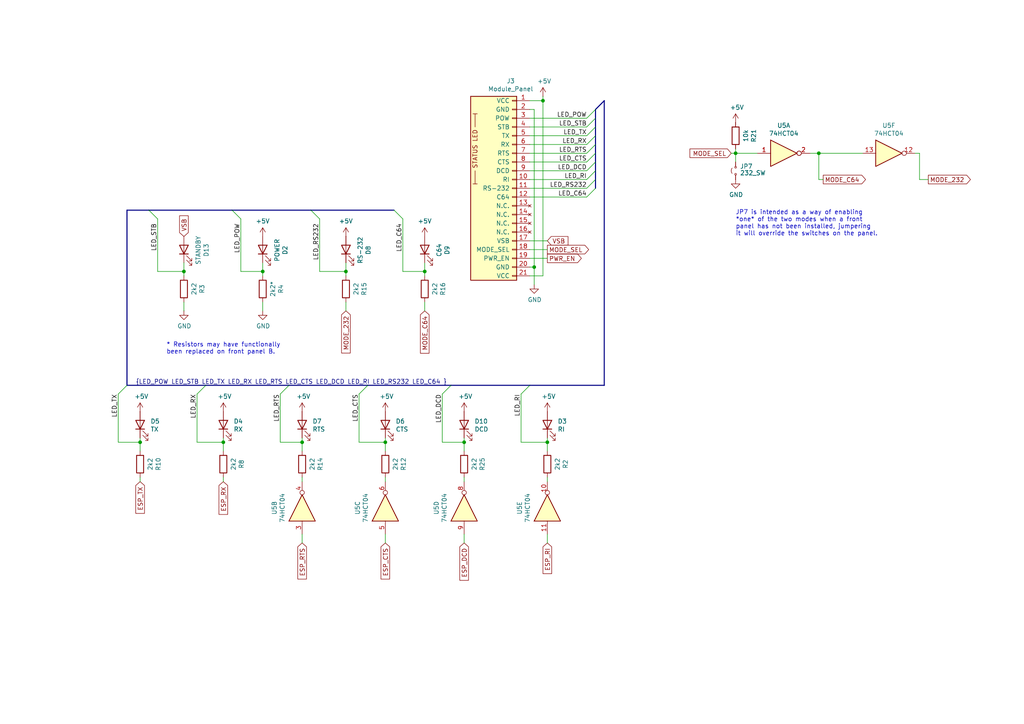
<source format=kicad_sch>
(kicad_sch (version 20231120) (generator "eeschema") (generator_version "8.0")
  (paper "A4")
  (title_block (title "BulkyModem Module (Front Panel)") (comment 3 "LED resistor values are suggested safe values, but need to be adjusted for LEDs used.") (comment 4 "Front panel connector as well as circuitry for switches and LEDs."))
  (lib_symbols
    (symbol "74xx:74HCT04"
      (property "Reference" "U" (at 0 1.27 0))
      (property "Value" "74HCT04" (at 0 -1.27 0))
      (symbol "74HCT04_1_0"
        (polyline (pts (xy -3.81 3.81) (xy -3.81 -3.81) (xy 3.81 0) (xy -3.81 3.81)) (stroke (width 0.254)) (fill (type background)))
        (pin input line (at -7.62 0 0) (length 3.81) (name "~") (number "1"))
        (pin output inverted (at 7.62 0 180) (length 3.81) (name "~") (number "2"))
      )
      (symbol "74HCT04_2_0"
        (polyline (pts (xy -3.81 3.81) (xy -3.81 -3.81) (xy 3.81 0) (xy -3.81 3.81)) (stroke (width 0.254)) (fill (type background)))
        (pin input line (at -7.62 0 0) (length 3.81) (name "~") (number "3"))
        (pin output inverted (at 7.62 0 180) (length 3.81) (name "~") (number "4"))
      )
      (symbol "74HCT04_3_0"
        (polyline (pts (xy -3.81 3.81) (xy -3.81 -3.81) (xy 3.81 0) (xy -3.81 3.81)) (stroke (width 0.254)) (fill (type background)))
        (pin input line (at -7.62 0 0) (length 3.81) (name "~") (number "5"))
        (pin output inverted (at 7.62 0 180) (length 3.81) (name "~") (number "6"))
      )
      (symbol "74HCT04_4_0"
        (polyline (pts (xy -3.81 3.81) (xy -3.81 -3.81) (xy 3.81 0) (xy -3.81 3.81)) (stroke (width 0.254)) (fill (type background)))
        (pin output inverted (at 7.62 0 180) (length 3.81) (name "~") (number "8"))
        (pin input line (at -7.62 0 0) (length 3.81) (name "~") (number "9"))
      )
      (symbol "74HCT04_5_0"
        (polyline (pts (xy -3.81 3.81) (xy -3.81 -3.81) (xy 3.81 0) (xy -3.81 3.81)) (stroke (width 0.254)) (fill (type background)))
        (pin output inverted (at 7.62 0 180) (length 3.81) (name "~") (number "10"))
        (pin input line (at -7.62 0 0) (length 3.81) (name "~") (number "11"))
      )
      (symbol "74HCT04_6_0"
        (polyline (pts (xy -3.81 3.81) (xy -3.81 -3.81) (xy 3.81 0) (xy -3.81 3.81)) (stroke (width 0.254)) (fill (type background)))
        (pin output inverted (at 7.62 0 180) (length 3.81) (name "~") (number "12"))
        (pin input line (at -7.62 0 0) (length 3.81) (name "~") (number "13"))
      )
      (symbol "74HCT04_7_0"
        (pin power_in line (at 0 12.7 270) (length 5.08) (name "VCC") (number "14"))
        (pin power_in line (at 0 -12.7 90) (length 5.08) (name "GND") (number "7"))
      )
      (symbol "74HCT04_7_1"
        (rectangle (start -5.08 7.62) (end 5.08 -7.62) (stroke (width 0.254)) (fill (type background)))
      )
    )
    (symbol "BulkyModem:Module_Panel" (pin_names (offset 2.0066))
      (property "Reference" "J" (at 0 27.94 0))
      (property "Value" "Module_Panel" (at 0 -27.94 0))
      (symbol "Module_Panel_0_0"
        (polyline (pts (xy 10.795 1.27) (xy 10.795 5.08)))
        (polyline (pts (xy 10.795 21.59) (xy 10.795 17.78)))
        (text "STATUS LED" (at 10.795 11.43 900) (effects (font (size 1.27 1.27))))
      )
      (symbol "Module_Panel_0_1"
        (rectangle (start -1.27 26.67) (end 12.065 -26.67) (stroke (width 0.254)) (fill (type background)))
        (polyline (pts (xy 10.16 21.59) (xy 11.43 21.59)))
        (polyline (pts (xy 11.43 1.27) (xy 10.16 1.27)))
      )
      (symbol "Module_Panel_1_1"
        (rectangle (start -1.27 -25.273) (end 0 -25.527) (stroke (width 0.1524)))
        (rectangle (start -1.27 -22.733) (end 0 -22.987) (stroke (width 0.1524)))
        (rectangle (start -1.27 -20.193) (end 0 -20.447) (stroke (width 0.1524)))
        (rectangle (start -1.27 -17.653) (end 0 -17.907) (stroke (width 0.1524)))
        (rectangle (start -1.27 -15.113) (end 0 -15.367) (stroke (width 0.1524)))
        (rectangle (start -1.27 -12.573) (end 0 -12.827) (stroke (width 0.1524)))
        (rectangle (start -1.27 -10.033) (end 0 -10.287) (stroke (width 0.1524)))
        (rectangle (start -1.27 -7.493) (end 0 -7.747) (stroke (width 0.1524)))
        (rectangle (start -1.27 -4.953) (end 0 -5.207) (stroke (width 0.1524)))
        (rectangle (start -1.27 -2.413) (end 0 -2.667) (stroke (width 0.1524)))
        (rectangle (start -1.27 0.127) (end 0 -0.127) (stroke (width 0.1524)))
        (rectangle (start -1.27 2.667) (end 0 2.413) (stroke (width 0.1524)))
        (rectangle (start -1.27 5.207) (end 0 4.953) (stroke (width 0.1524)))
        (rectangle (start -1.27 7.747) (end 0 7.493) (stroke (width 0.1524)))
        (rectangle (start -1.27 10.287) (end 0 10.033) (stroke (width 0.1524)))
        (rectangle (start -1.27 12.827) (end 0 12.573) (stroke (width 0.1524)))
        (rectangle (start -1.27 15.367) (end 0 15.113) (stroke (width 0.1524)))
        (rectangle (start -1.27 17.907) (end 0 17.653) (stroke (width 0.1524)))
        (rectangle (start -1.27 20.447) (end 0 20.193) (stroke (width 0.1524)))
        (rectangle (start -1.27 22.987) (end 0 22.733) (stroke (width 0.1524)))
        (rectangle (start -1.27 25.527) (end 0 25.273) (stroke (width 0.1524)))
        (pin power_in line (at -5.08 25.4 0) (length 3.81) (name "VCC") (number "1"))
        (pin passive line (at -5.08 2.54 0) (length 3.81) (name "RI") (number "10"))
        (pin passive line (at -5.08 0 0) (length 3.81) (name "RS-232") (number "11"))
        (pin passive line (at -5.08 -2.54 0) (length 3.81) (name "C64") (number "12"))
        (pin no_connect line (at -5.08 -5.08 0) (length 3.81) (name "N.C.") (number "13"))
        (pin no_connect line (at -5.08 -7.62 0) (length 3.81) (name "N.C.") (number "14"))
        (pin no_connect line (at -5.08 -10.16 0) (length 3.81) (name "N.C.") (number "15"))
        (pin no_connect line (at -5.08 -12.7 0) (length 3.81) (name "N.C.") (number "16"))
        (pin passive line (at -5.08 -15.24 0) (length 3.81) (name "VSB") (number "17"))
        (pin passive line (at -5.08 -17.78 0) (length 3.81) (name "MODE_SEL") (number "18"))
        (pin passive line (at -5.08 -20.32 0) (length 3.81) (name "PWR_EN") (number "19"))
        (pin power_in line (at -5.08 22.86 0) (length 3.81) (name "GND") (number "2"))
        (pin passive line (at -5.08 -22.86 0) (length 3.81) (name "GND") (number "20"))
        (pin passive line (at -5.08 -25.4 0) (length 3.81) (name "VCC") (number "21"))
        (pin passive line (at -5.08 20.32 0) (length 3.81) (name "POW") (number "3"))
        (pin passive line (at -5.08 17.78 0) (length 3.81) (name "STB") (number "4"))
        (pin passive line (at -5.08 15.24 0) (length 3.81) (name "TX") (number "5"))
        (pin passive line (at -5.08 12.7 0) (length 3.81) (name "RX") (number "6"))
        (pin passive line (at -5.08 10.16 0) (length 3.81) (name "RTS") (number "7"))
        (pin passive line (at -5.08 7.62 0) (length 3.81) (name "CTS") (number "8"))
        (pin passive line (at -5.08 5.08 0) (length 3.81) (name "DCD") (number "9"))
      )
    )
    (symbol "Device:LED" (pin_numbers hide) (pin_names (offset 1.016) hide)
      (property "Reference" "D" (at 0 2.54 0))
      (property "Value" "LED" (at 0 -2.54 0))
      (symbol "LED_0_1"
        (polyline (pts (xy -1.27 -1.27) (xy -1.27 1.27)) (stroke (width 0.254)))
        (polyline (pts (xy -1.27 0) (xy 1.27 0)))
        (polyline (pts (xy 1.27 -1.27) (xy 1.27 1.27) (xy -1.27 0) (xy 1.27 -1.27)) (stroke (width 0.254)))
        (polyline (pts (xy -3.048 -0.762) (xy -4.572 -2.286) (xy -3.81 -2.286) (xy -4.572 -2.286) (xy -4.572 -1.524)))
        (polyline (pts (xy -1.778 -0.762) (xy -3.302 -2.286) (xy -2.54 -2.286) (xy -3.302 -2.286) (xy -3.302 -1.524)))
      )
      (symbol "LED_1_1"
        (pin passive line (at -3.81 0 0) (length 2.54) (name "K") (number "1"))
        (pin passive line (at 3.81 0 180) (length 2.54) (name "A") (number "2"))
      )
    )
    (symbol "Device:R" (pin_numbers hide) (pin_names (offset 0))
      (property "Reference" "R" (at 2.032 0 90))
      (property "Value" "R" (at 0 0 90))
      (symbol "R_0_1"
        (rectangle (start -1.016 -2.54) (end 1.016 2.54) (stroke (width 0.254)))
      )
      (symbol "R_1_1"
        (pin passive line (at 0 3.81 270) (length 1.27) (name "~") (number "1"))
        (pin passive line (at 0 -3.81 90) (length 1.27) (name "~") (number "2"))
      )
    )
    (symbol "Jumper:Jumper_2_Small_Open" (pin_numbers hide) (pin_names (offset 0) hide) (exclude_from_sim yes)
      (property "Reference" "JP" (at 0 2.794 0))
      (property "Value" "Jumper_2_Small_Open" (at 0 -2.286 0))
      (symbol "Jumper_2_Small_Open_0_0"
        (circle (center -1.016 0) (radius 0.254))
        (circle (center 1.016 0) (radius 0.254))
      )
      (symbol "Jumper_2_Small_Open_0_1"
        (arc (start 0.762 1.0196) (mid 0 1.2729) (end -0.762 1.0196))
      )
      (symbol "Jumper_2_Small_Open_1_1"
        (pin passive line (at -2.54 0 0) (length 1.27) (name "A") (number "1"))
        (pin passive line (at 2.54 0 180) (length 1.27) (name "B") (number "2"))
      )
    )
    (symbol "power:+5V" (power) (pin_numbers hide) (pin_names (offset 0) hide)
      (property "Value" "+5V" (at 0 3.556 0))
      (symbol "+5V_0_1"
        (polyline (pts (xy -0.762 1.27) (xy 0 2.54)))
        (polyline (pts (xy 0 0) (xy 0 2.54)))
        (polyline (pts (xy 0 2.54) (xy 0.762 1.27)))
      )
      (symbol "+5V_1_1"
        (pin power_in line (at 0 0 90) (length 0) (name "~") (number "1"))
      )
    )
    (symbol "power:GND" (power) (pin_numbers hide) (pin_names (offset 0) hide)
      (property "Value" "GND" (at 0 -3.81 0))
      (symbol "GND_0_1"
        (polyline (pts (xy 0 0) (xy 0 -1.27) (xy 1.27 -1.27) (xy 0 -2.54) (xy -1.27 -1.27) (xy 0 -1.27)))
      )
      (symbol "GND_1_1"
        (pin power_in line (at 0 0 270) (length 0) (name "~") (number "1"))
      )
    )
  )
  (junction (at 40.64 128.27))
  (junction (at 76.2 78.74))
  (junction (at 111.76 128.27))
  (junction (at 64.77 128.27))
  (junction (at 87.63 128.27))
  (junction (at 157.48 29.21))
  (junction (at 53.34 78.74))
  (junction (at 237.49 44.45))
  (junction (at 154.94 77.47))
  (junction (at 123.19 78.74))
  (junction (at 213.36 44.45))
  (junction (at 100.33 78.74))
  (junction (at 158.75 128.27))
  (junction (at 134.62 128.27))
  (bus_entry (at 172.72 31.75) (size -2.54 2.54))
  (bus_entry (at 114.3 60.96) (size 2.54 2.54))
  (bus_entry (at 106.68 111.76) (size -2.54 2.54))
  (bus_entry (at 172.72 41.91) (size -2.54 2.54))
  (bus_entry (at 172.72 52.07) (size -2.54 2.54))
  (bus_entry (at 67.31 60.96) (size 2.54 2.54))
  (bus_entry (at 83.82 111.76) (size -2.54 2.54))
  (bus_entry (at 172.72 39.37) (size -2.54 2.54))
  (bus_entry (at 153.67 111.76) (size -2.54 2.54))
  (bus_entry (at 36.83 111.76) (size -2.54 2.54))
  (bus_entry (at 59.69 111.76) (size -2.54 2.54))
  (bus_entry (at 172.72 36.83) (size -2.54 2.54))
  (bus_entry (at 43.18 60.96) (size 2.54 2.54))
  (bus_entry (at 172.72 34.29) (size -2.54 2.54))
  (bus_entry (at 172.72 46.99) (size -2.54 2.54))
  (bus_entry (at 172.72 44.45) (size -2.54 2.54))
  (bus_entry (at 172.72 49.53) (size -2.54 2.54))
  (bus_entry (at 172.72 54.61) (size -2.54 2.54))
  (bus_entry (at 130.81 111.76) (size -2.54 2.54))
  (bus_entry (at 90.17 60.96) (size 2.54 2.54))
  (wire (pts (xy 134.62 128.27) (xy 134.62 130.81)))
  (wire (pts (xy 64.77 128.27) (xy 64.77 130.81)))
  (wire (pts (xy 111.76 154.94) (xy 111.76 157.48)))
  (wire (pts (xy 111.76 128.27) (xy 111.76 130.81)))
  (wire (pts (xy 81.28 128.27) (xy 81.28 114.3)))
  (bus (pts (xy 36.83 60.96) (xy 43.18 60.96)))
  (wire (pts (xy 128.27 128.27) (xy 128.27 114.3)))
  (bus (pts (xy 172.72 31.75) (xy 172.72 34.29)))
  (wire (pts (xy 116.84 78.74) (xy 123.19 78.74)))
  (bus (pts (xy 175.26 29.21) (xy 172.72 31.75)))
  (wire (pts (xy 158.75 72.39) (xy 153.67 72.39)))
  (wire (pts (xy 269.24 52.07) (xy 266.7 52.07)))
  (wire (pts (xy 116.84 78.74) (xy 116.84 63.5)))
  (wire (pts (xy 153.67 41.91) (xy 170.18 41.91)))
  (wire (pts (xy 213.36 44.45) (xy 219.71 44.45)))
  (wire (pts (xy 100.33 87.63) (xy 100.33 90.17)))
  (wire (pts (xy 40.64 127) (xy 40.64 128.27)))
  (wire (pts (xy 87.63 127) (xy 87.63 128.27)))
  (wire (pts (xy 76.2 76.2) (xy 76.2 78.74)))
  (wire (pts (xy 87.63 139.7) (xy 87.63 138.43)))
  (bus (pts (xy 36.83 60.96) (xy 36.83 111.76)))
  (bus (pts (xy 83.82 111.76) (xy 106.68 111.76)))
  (wire (pts (xy 123.19 87.63) (xy 123.19 90.17)))
  (wire (pts (xy 157.48 29.21) (xy 157.48 27.94)))
  (wire (pts (xy 111.76 127) (xy 111.76 128.27)))
  (wire (pts (xy 92.71 78.74) (xy 92.71 63.5)))
  (wire (pts (xy 87.63 154.94) (xy 87.63 157.48)))
  (wire (pts (xy 153.67 80.01) (xy 157.48 80.01)))
  (wire (pts (xy 134.62 127) (xy 134.62 128.27)))
  (wire (pts (xy 153.67 36.83) (xy 170.18 36.83)))
  (bus (pts (xy 172.72 41.91) (xy 172.72 44.45)))
  (wire (pts (xy 158.75 128.27) (xy 158.75 130.81)))
  (wire (pts (xy 111.76 139.7) (xy 111.76 138.43)))
  (wire (pts (xy 104.14 128.27) (xy 104.14 114.3)))
  (bus (pts (xy 130.81 111.76) (xy 153.67 111.76)))
  (bus (pts (xy 172.72 39.37) (xy 172.72 41.91)))
  (wire (pts (xy 69.85 78.74) (xy 76.2 78.74)))
  (wire (pts (xy 153.67 52.07) (xy 170.18 52.07)))
  (wire (pts (xy 53.34 87.63) (xy 53.34 90.17)))
  (wire (pts (xy 158.75 139.7) (xy 158.75 138.43)))
  (wire (pts (xy 45.72 78.74) (xy 53.34 78.74)))
  (wire (pts (xy 123.19 78.74) (xy 123.19 80.01)))
  (bus (pts (xy 106.68 111.76) (xy 130.81 111.76)))
  (wire (pts (xy 123.19 76.2) (xy 123.19 78.74)))
  (wire (pts (xy 153.67 74.93) (xy 158.75 74.93)))
  (wire (pts (xy 81.28 128.27) (xy 87.63 128.27)))
  (wire (pts (xy 34.29 128.27) (xy 40.64 128.27)))
  (bus (pts (xy 43.18 60.96) (xy 67.31 60.96)))
  (bus (pts (xy 172.72 49.53) (xy 172.72 52.07)))
  (bus (pts (xy 59.69 111.76) (xy 83.82 111.76)))
  (wire (pts (xy 104.14 128.27) (xy 111.76 128.27)))
  (wire (pts (xy 151.13 128.27) (xy 158.75 128.27)))
  (wire (pts (xy 100.33 78.74) (xy 100.33 80.01)))
  (wire (pts (xy 134.62 139.7) (xy 134.62 138.43)))
  (bus (pts (xy 172.72 46.99) (xy 172.72 49.53)))
  (wire (pts (xy 128.27 128.27) (xy 134.62 128.27)))
  (wire (pts (xy 40.64 138.43) (xy 40.64 139.7)))
  (wire (pts (xy 57.15 128.27) (xy 57.15 114.3)))
  (wire (pts (xy 76.2 87.63) (xy 76.2 90.17)))
  (wire (pts (xy 40.64 128.27) (xy 40.64 130.81)))
  (wire (pts (xy 92.71 78.74) (xy 100.33 78.74)))
  (wire (pts (xy 153.67 57.15) (xy 170.18 57.15)))
  (wire (pts (xy 153.67 77.47) (xy 154.94 77.47)))
  (bus (pts (xy 172.72 44.45) (xy 172.72 46.99)))
  (bus (pts (xy 172.72 52.07) (xy 172.72 54.61)))
  (wire (pts (xy 154.94 77.47) (xy 154.94 82.55)))
  (wire (pts (xy 237.49 52.07) (xy 238.76 52.07)))
  (wire (pts (xy 266.7 44.45) (xy 266.7 52.07)))
  (wire (pts (xy 53.34 78.74) (xy 53.34 80.01)))
  (bus (pts (xy 36.83 111.76) (xy 59.69 111.76)))
  (wire (pts (xy 53.34 76.2) (xy 53.34 78.74)))
  (wire (pts (xy 100.33 76.2) (xy 100.33 78.74)))
  (wire (pts (xy 213.36 44.45) (xy 213.36 43.18)))
  (wire (pts (xy 153.67 34.29) (xy 170.18 34.29)))
  (bus (pts (xy 172.72 34.29) (xy 172.72 36.83)))
  (wire (pts (xy 213.36 46.99) (xy 213.36 44.45)))
  (wire (pts (xy 64.77 127) (xy 64.77 128.27)))
  (wire (pts (xy 237.49 44.45) (xy 237.49 52.07)))
  (bus (pts (xy 172.72 36.83) (xy 172.72 39.37)))
  (wire (pts (xy 154.94 31.75) (xy 154.94 77.47)))
  (wire (pts (xy 69.85 78.74) (xy 69.85 63.5)))
  (wire (pts (xy 158.75 69.85) (xy 153.67 69.85)))
  (wire (pts (xy 153.67 49.53) (xy 170.18 49.53)))
  (wire (pts (xy 212.09 44.45) (xy 213.36 44.45)))
  (wire (pts (xy 87.63 128.27) (xy 87.63 130.81)))
  (wire (pts (xy 153.67 29.21) (xy 157.48 29.21)))
  (wire (pts (xy 64.77 139.7) (xy 64.77 138.43)))
  (wire (pts (xy 157.48 29.21) (xy 157.48 80.01)))
  (wire (pts (xy 250.19 44.45) (xy 237.49 44.45)))
  (wire (pts (xy 153.67 46.99) (xy 170.18 46.99)))
  (wire (pts (xy 45.72 78.74) (xy 45.72 63.5)))
  (wire (pts (xy 76.2 78.74) (xy 76.2 80.01)))
  (wire (pts (xy 34.29 128.27) (xy 34.29 114.3)))
  (bus (pts (xy 175.26 29.21) (xy 175.26 111.76)))
  (wire (pts (xy 153.67 44.45) (xy 170.18 44.45)))
  (bus (pts (xy 90.17 60.96) (xy 114.3 60.96)))
  (wire (pts (xy 57.15 128.27) (xy 64.77 128.27)))
  (wire (pts (xy 158.75 154.94) (xy 158.75 157.48)))
  (wire (pts (xy 134.62 154.94) (xy 134.62 157.48)))
  (wire (pts (xy 153.67 39.37) (xy 170.18 39.37)))
  (wire (pts (xy 266.7 44.45) (xy 265.43 44.45)))
  (bus (pts (xy 67.31 60.96) (xy 90.17 60.96)))
  (wire (pts (xy 153.67 54.61) (xy 170.18 54.61)))
  (wire (pts (xy 154.94 31.75) (xy 153.67 31.75)))
  (wire (pts (xy 151.13 128.27) (xy 151.13 114.3)))
  (wire (pts (xy 158.75 127) (xy 158.75 128.27)))
  (wire (pts (xy 234.95 44.45) (xy 237.49 44.45)))
  (bus (pts (xy 153.67 111.76) (xy 175.26 111.76)))
  (text "* Resistors may have functionally\nbeen replaced on front panel B." (at 48.26 102.87 0) (effects (font (size 1.27 1.27)) (justify left bottom)))
  (text "JP7 is intended as a way of enabling\n*one* of the two modes when a front\npanel has not been installed, jumpering\nit will override the switches on the panel." (at 213.36 68.58 0) (effects (font (size 1.27 1.27)) (justify left bottom)))
  (label "LED_C64" (at 116.84 64.77 270))
  (label "LED_RI" (at 170.18 52.07 180))
  (label "LED_STB" (at 170.18 36.83 180))
  (label "LED_RTS" (at 81.28 114.3 270))
  (label "LED_C64" (at 170.18 57.15 180))
  (label "LED_TX" (at 34.29 114.3 270))
  (label "LED_RX" (at 57.15 114.3 270))
  (label "LED_RX" (at 170.18 41.91 180))
  (label "LED_POW" (at 170.18 34.29 180))
  (label "LED_DCD" (at 170.18 49.53 180))
  (label "LED_RS232" (at 170.18 54.61 180))
  (label "LED_STB" (at 45.72 64.77 270))
  (label "LED_RI" (at 151.13 114.3 270))
  (label "LED_TX" (at 170.18 39.37 180))
  (label "LED_CTS" (at 104.14 114.3 270))
  (label "LED_POW" (at 69.85 64.77 270))
  (label "LED_RTS" (at 170.18 44.45 180))
  (label "LED_CTS" (at 170.18 46.99 180))
  (label "{LED_POW LED_STB LED_TX LED_RX LED_RTS LED_CTS LED_DCD LED_RI LED_RS232 LED_C64 }" (at 39.37 111.76 0))
  (label "LED_DCD" (at 128.27 114.3 270))
  (label "LED_RS232" (at 92.71 64.77 270))
  (global_label "ESP_TX" (shape input) (at 40.64 139.7 270) (property "Intersheetrefs" "${INTERSHEET_REFS}" (effects (hide yes))))
  (global_label "MODE_C64" (shape input) (at 123.19 90.17 270) (property "Intersheetrefs" "${INTERSHEET_REFS}" (effects (hide yes))))
  (global_label "MODE_232" (shape input) (at 100.33 90.17 270) (property "Intersheetrefs" "${INTERSHEET_REFS}" (effects (hide yes))))
  (global_label "MODE_232" (shape output) (at 269.24 52.07 0) (property "Intersheetrefs" "${INTERSHEET_REFS}" (effects (hide yes))))
  (global_label "PWR_EN" (shape output) (at 158.75 74.93 0) (property "Intersheetrefs" "${INTERSHEET_REFS}" (effects (hide yes))))
  (global_label "ESP_DCD" (shape input) (at 134.62 157.48 270) (property "Intersheetrefs" "${INTERSHEET_REFS}" (effects (hide yes))))
  (global_label "ESP_RI" (shape input) (at 158.75 157.48 270) (property "Intersheetrefs" "${INTERSHEET_REFS}" (effects (hide yes))))
  (global_label "ESP_CTS" (shape input) (at 111.76 157.48 270) (property "Intersheetrefs" "${INTERSHEET_REFS}" (effects (hide yes))))
  (global_label "ESP_RTS" (shape input) (at 87.63 157.48 270) (property "Intersheetrefs" "${INTERSHEET_REFS}" (effects (hide yes))))
  (global_label "MODE_SEL" (shape output) (at 158.75 72.39 0) (property "Intersheetrefs" "${INTERSHEET_REFS}" (effects (hide yes))))
  (global_label "VSB" (shape input) (at 53.34 68.58 90) (property "Intersheetrefs" "${INTERSHEET_REFS}" (effects (hide yes))))
  (global_label "VSB" (shape input) (at 158.75 69.85 0) (property "Intersheetrefs" "${INTERSHEET_REFS}" (effects (hide yes))))
  (global_label "MODE_C64" (shape output) (at 238.76 52.07 0) (property "Intersheetrefs" "${INTERSHEET_REFS}" (effects (hide yes))))
  (global_label "ESP_RX" (shape input) (at 64.77 139.7 270) (property "Intersheetrefs" "${INTERSHEET_REFS}" (effects (hide yes))))
  (global_label "MODE_SEL" (shape input) (at 212.09 44.45 180) (property "Intersheetrefs" "${INTERSHEET_REFS}" (effects (hide yes))))
  (symbol (lib_id "Device:R") (at 213.36 39.37 180) (unit 1)
    (property "Reference" "R21" (at 218.6178 39.37 90))
    (property "Value" "10k" (at 216.3064 39.37 90))
    (property "Footprint" "resistor:R_Axial_DIN0207_L6.3mm_D2.5mm_P10.16mm_Horizontal" (effects (hide yes)))
    (property "Description" "Resistor" (effects (hide yes)))
  )
  (symbol (lib_id "power:+5V") (at 213.36 35.56 0) (unit 1)
    (property "Reference" "#PWR02" (effects (hide yes)))
    (property "Value" "+5V" (at 213.741 31.1658 0))
    (property "Description" "Power symbol creates a global label with name \"+5V\"" (effects (hide yes)))
  )
  (symbol (lib_id "74xx:74HCT04") (at 227.33 44.45 0) (unit 1)
    (property "Reference" "U5" (at 227.33 36.3982 0))
    (property "Value" "74HCT04" (at 227.33 38.7096 0))
    (property "Footprint" "Package_DIP:DIP-14_W7.62mm_Socket_LongPads" (effects (hide yes)))
    (property "Datasheet" "https://assets.nexperia.com/documents/data-sheet/74HC_HCT04.pdf" (effects (hide yes)))
    (property "Description" "Hex Inverter" (effects (hide yes)))
  )
  (symbol (lib_id "Jumper:Jumper_2_Small_Open") (at 213.36 49.53 90) (unit 1) (exclude_from_sim yes)
    (property "Reference" "JP7" (at 214.63 48.26 90) (effects (justify right)))
    (property "Value" "232_SW" (at 214.63 50.165 90) (effects (justify right)))
    (property "Footprint" "Connector_PinHeader_2.54mm:PinHeader_1x02_P2.54mm_Vertical" (effects (hide yes)))
    (property "Description" "Jumper, 2-pole, small symbol, open" (effects (hide yes)))
  )
  (symbol (lib_id "power:GND") (at 213.36 52.07 0) (unit 1)
    (property "Reference" "#PWR04" (effects (hide yes)))
    (property "Value" "GND" (at 213.487 56.4642 0))
    (property "Description" "Power symbol creates a global label with name \"GND\" , ground" (effects (hide yes)))
  )
  (symbol (lib_id "Device:R") (at 134.62 134.62 180) (unit 1)
    (property "Reference" "R25" (at 139.8778 134.62 90))
    (property "Value" "2k2" (at 137.5664 134.62 90))
    (property "Footprint" "resistor:R_Axial_DIN0207_L6.3mm_D2.5mm_P10.16mm_Horizontal" (effects (hide yes)))
    (property "Description" "Resistor" (effects (hide yes)))
  )
  (symbol (lib_id "Device:LED") (at 134.62 123.19 90) (unit 1)
    (property "Reference" "D10" (at 137.6172 122.1994 90) (effects (justify right)))
    (property "Value" "DCD" (at 137.6172 124.5108 90) (effects (justify right)))
    (property "Footprint" "LED_THT:LED_D3.0mm" (effects (hide yes)))
    (property "Description" "Light emitting diode" (effects (hide yes)))
  )
  (symbol (lib_id "power:+5V") (at 134.62 119.38 0) (unit 1)
    (property "Reference" "#PWR0138" (effects (hide yes)))
    (property "Value" "+5V" (at 135.001 114.9858 0))
    (property "Description" "Power symbol creates a global label with name \"+5V\"" (effects (hide yes)))
  )
  (symbol (lib_id "Device:R") (at 158.75 134.62 180) (unit 1)
    (property "Reference" "R2" (at 164.0078 134.62 90))
    (property "Value" "2k2" (at 161.6964 134.62 90))
    (property "Footprint" "resistor:R_Axial_DIN0207_L6.3mm_D2.5mm_P10.16mm_Horizontal" (effects (hide yes)))
    (property "Description" "Resistor" (effects (hide yes)))
  )
  (symbol (lib_id "Device:LED") (at 158.75 123.19 90) (unit 1)
    (property "Reference" "D3" (at 161.7472 122.1994 90) (effects (justify right)))
    (property "Value" "RI" (at 161.7472 124.5108 90) (effects (justify right)))
    (property "Footprint" "LED_THT:LED_D3.0mm" (effects (hide yes)))
    (property "Description" "Light emitting diode" (effects (hide yes)))
  )
  (symbol (lib_id "power:+5V") (at 158.75 119.38 0) (unit 1)
    (property "Reference" "#PWR0118" (effects (hide yes)))
    (property "Value" "+5V" (at 159.131 114.9858 0))
    (property "Description" "Power symbol creates a global label with name \"+5V\"" (effects (hide yes)))
  )
  (symbol (lib_id "BulkyModem:Module_Panel") (at 148.59 54.61 0) (mirror y) (unit 1)
    (property "Reference" "J3" (at 148.1328 23.495 0))
    (property "Value" "Module_Panel" (at 148.1328 25.8064 0))
    (property "Footprint" "BulkyModem:Module_Panel" (effects (hide yes)))
    (property "Description" "Generic connector, single row, 01x21, script generated (kicad-library-utils/schlib/autogen/connector/)" (effects (hide yes)))
  )
  (symbol (lib_id "power:GND") (at 154.94 82.55 0) (unit 1)
    (property "Reference" "#PWR0116" (effects (hide yes)))
    (property "Value" "GND" (at 155.067 86.9442 0))
    (property "Description" "Power symbol creates a global label with name \"GND\" , ground" (effects (hide yes)))
  )
  (symbol (lib_id "power:+5V") (at 157.48 27.94 0) (unit 1)
    (property "Reference" "#PWR0117" (effects (hide yes)))
    (property "Value" "+5V" (at 157.861 23.5458 0))
    (property "Description" "Power symbol creates a global label with name \"+5V\"" (effects (hide yes)))
  )
  (symbol (lib_id "power:GND") (at 76.2 90.17 0) (unit 1)
    (property "Reference" "#PWR0121" (effects (hide yes)))
    (property "Value" "GND" (at 76.327 94.5642 0))
    (property "Description" "Power symbol creates a global label with name \"GND\" , ground" (effects (hide yes)))
  )
  (symbol (lib_id "Device:R") (at 76.2 83.82 180) (unit 1)
    (property "Reference" "R4" (at 81.4578 83.82 90))
    (property "Value" "2k2*" (at 79.1464 83.82 90))
    (property "Footprint" "resistor:R_Axial_DIN0207_L6.3mm_D2.5mm_P10.16mm_Horizontal" (effects (hide yes)))
    (property "Description" "Resistor" (effects (hide yes)))
  )
  (symbol (lib_id "Device:LED") (at 76.2 72.39 90) (unit 1)
    (property "Reference" "D2" (at 82.677 72.5678 0))
    (property "Value" "POWER" (at 80.3656 72.5678 0))
    (property "Footprint" "LED_THT:LED_D3.0mm" (effects (hide yes)))
    (property "Description" "Light emitting diode" (effects (hide yes)))
  )
  (symbol (lib_id "power:+5V") (at 76.2 68.58 0) (unit 1)
    (property "Reference" "#PWR0122" (effects (hide yes)))
    (property "Value" "+5V" (at 76.2 64.135 0))
    (property "Description" "Power symbol creates a global label with name \"+5V\"" (effects (hide yes)))
  )
  (symbol (lib_id "Device:R") (at 40.64 134.62 180) (unit 1)
    (property "Reference" "R10" (at 45.8978 134.62 90))
    (property "Value" "2k2" (at 43.5864 134.62 90))
    (property "Footprint" "resistor:R_Axial_DIN0207_L6.3mm_D2.5mm_P10.16mm_Horizontal" (effects (hide yes)))
    (property "Description" "Resistor" (effects (hide yes)))
  )
  (symbol (lib_id "Device:LED") (at 40.64 123.19 90) (unit 1)
    (property "Reference" "D5" (at 43.6372 122.1994 90) (effects (justify right)))
    (property "Value" "TX" (at 43.6372 124.5108 90) (effects (justify right)))
    (property "Footprint" "LED_THT:LED_D3.0mm" (effects (hide yes)))
    (property "Description" "Light emitting diode" (effects (hide yes)))
  )
  (symbol (lib_id "power:+5V") (at 40.64 119.38 0) (unit 1)
    (property "Reference" "#PWR0124" (effects (hide yes)))
    (property "Value" "+5V" (at 41.021 114.9858 0))
    (property "Description" "Power symbol creates a global label with name \"+5V\"" (effects (hide yes)))
  )
  (symbol (lib_id "Device:R") (at 64.77 134.62 180) (unit 1)
    (property "Reference" "R8" (at 70.0278 134.62 90))
    (property "Value" "2k2" (at 67.7164 134.62 90))
    (property "Footprint" "resistor:R_Axial_DIN0207_L6.3mm_D2.5mm_P10.16mm_Horizontal" (effects (hide yes)))
    (property "Description" "Resistor" (effects (hide yes)))
  )
  (symbol (lib_id "Device:LED") (at 64.77 123.19 90) (unit 1)
    (property "Reference" "D4" (at 67.7672 122.1994 90) (effects (justify right)))
    (property "Value" "RX" (at 67.7672 124.5108 90) (effects (justify right)))
    (property "Footprint" "LED_THT:LED_D3.0mm" (effects (hide yes)))
    (property "Description" "Light emitting diode" (effects (hide yes)))
  )
  (symbol (lib_id "power:+5V") (at 64.77 119.38 0) (unit 1)
    (property "Reference" "#PWR0126" (effects (hide yes)))
    (property "Value" "+5V" (at 65.151 114.9858 0))
    (property "Description" "Power symbol creates a global label with name \"+5V\"" (effects (hide yes)))
  )
  (symbol (lib_id "Device:R") (at 111.76 134.62 180) (unit 1)
    (property "Reference" "R12" (at 117.0178 134.62 90))
    (property "Value" "2k2" (at 114.7064 134.62 90))
    (property "Footprint" "resistor:R_Axial_DIN0207_L6.3mm_D2.5mm_P10.16mm_Horizontal" (effects (hide yes)))
    (property "Description" "Resistor" (effects (hide yes)))
  )
  (symbol (lib_id "Device:LED") (at 111.76 123.19 90) (unit 1)
    (property "Reference" "D6" (at 114.7572 122.1994 90) (effects (justify right)))
    (property "Value" "CTS" (at 114.7572 124.5108 90) (effects (justify right)))
    (property "Footprint" "LED_THT:LED_D3.0mm" (effects (hide yes)))
    (property "Description" "Light emitting diode" (effects (hide yes)))
  )
  (symbol (lib_id "power:+5V") (at 111.76 119.38 0) (unit 1)
    (property "Reference" "#PWR0128" (effects (hide yes)))
    (property "Value" "+5V" (at 112.141 114.9858 0))
    (property "Description" "Power symbol creates a global label with name \"+5V\"" (effects (hide yes)))
  )
  (symbol (lib_id "Device:R") (at 87.63 134.62 180) (unit 1)
    (property "Reference" "R14" (at 92.8878 134.62 90))
    (property "Value" "2k2" (at 90.5764 134.62 90))
    (property "Footprint" "resistor:R_Axial_DIN0207_L6.3mm_D2.5mm_P10.16mm_Horizontal" (effects (hide yes)))
    (property "Description" "Resistor" (effects (hide yes)))
  )
  (symbol (lib_id "Device:LED") (at 87.63 123.19 90) (unit 1)
    (property "Reference" "D7" (at 90.6272 122.1994 90) (effects (justify right)))
    (property "Value" "RTS" (at 90.6272 124.5108 90) (effects (justify right)))
    (property "Footprint" "LED_THT:LED_D3.0mm" (effects (hide yes)))
    (property "Description" "Light emitting diode" (effects (hide yes)))
  )
  (symbol (lib_id "power:+5V") (at 87.63 119.38 0) (unit 1)
    (property "Reference" "#PWR0130" (effects (hide yes)))
    (property "Value" "+5V" (at 88.011 114.9858 0))
    (property "Description" "Power symbol creates a global label with name \"+5V\"" (effects (hide yes)))
  )
  (symbol (lib_id "Device:R") (at 100.33 83.82 180) (unit 1)
    (property "Reference" "R15" (at 105.5878 83.82 90))
    (property "Value" "2k2" (at 103.2764 83.82 90))
    (property "Footprint" "resistor:R_Axial_DIN0207_L6.3mm_D2.5mm_P10.16mm_Horizontal" (effects (hide yes)))
    (property "Description" "Resistor" (effects (hide yes)))
  )
  (symbol (lib_id "Device:LED") (at 100.33 72.39 90) (unit 1)
    (property "Reference" "D8" (at 106.807 72.5678 0))
    (property "Value" "RS-232" (at 104.4956 72.5678 0))
    (property "Footprint" "LED_THT:LED_D3.0mm" (effects (hide yes)))
    (property "Description" "Light emitting diode" (effects (hide yes)))
  )
  (symbol (lib_id "power:+5V") (at 100.33 68.58 0) (unit 1)
    (property "Reference" "#PWR0131" (effects (hide yes)))
    (property "Value" "+5V" (at 100.33 64.135 0))
    (property "Description" "Power symbol creates a global label with name \"+5V\"" (effects (hide yes)))
  )
  (symbol (lib_id "Device:LED") (at 123.19 72.39 90) (unit 1)
    (property "Reference" "D9" (at 129.667 72.5678 0))
    (property "Value" "C64" (at 127.3556 72.5678 0))
    (property "Footprint" "LED_THT:LED_D3.0mm" (effects (hide yes)))
    (property "Description" "Light emitting diode" (effects (hide yes)))
  )
  (symbol (lib_id "power:+5V") (at 123.19 68.58 0) (unit 1)
    (property "Reference" "#PWR0132" (effects (hide yes)))
    (property "Value" "+5V" (at 123.19 64.135 0))
    (property "Description" "Power symbol creates a global label with name \"+5V\"" (effects (hide yes)))
  )
  (symbol (lib_id "Device:R") (at 123.19 83.82 180) (unit 1)
    (property "Reference" "R16" (at 128.4478 83.82 90))
    (property "Value" "2k2" (at 126.1364 83.82 90))
    (property "Footprint" "resistor:R_Axial_DIN0207_L6.3mm_D2.5mm_P10.16mm_Horizontal" (effects (hide yes)))
    (property "Description" "Resistor" (effects (hide yes)))
  )
  (symbol (lib_id "74xx:74HCT04") (at 87.63 147.32 90) (unit 2)
    (property "Reference" "U5" (at 79.5782 147.32 0))
    (property "Value" "74HCT04" (at 81.8896 147.32 0))
    (property "Footprint" "Package_DIP:DIP-14_W7.62mm_Socket_LongPads" (effects (hide yes)))
    (property "Datasheet" "https://assets.nexperia.com/documents/data-sheet/74HC_HCT04.pdf" (effects (hide yes)))
    (property "Description" "Hex Inverter" (effects (hide yes)))
  )
  (symbol (lib_id "74xx:74HCT04") (at 111.76 147.32 90) (unit 3)
    (property "Reference" "U5" (at 103.7082 147.32 0))
    (property "Value" "74HCT04" (at 106.0196 147.32 0))
    (property "Footprint" "Package_DIP:DIP-14_W7.62mm_Socket_LongPads" (effects (hide yes)))
    (property "Datasheet" "https://assets.nexperia.com/documents/data-sheet/74HC_HCT04.pdf" (effects (hide yes)))
    (property "Description" "Hex Inverter" (effects (hide yes)))
  )
  (symbol (lib_id "74xx:74HCT04") (at 134.62 147.32 90) (unit 4)
    (property "Reference" "U5" (at 126.5682 147.32 0))
    (property "Value" "74HCT04" (at 128.8796 147.32 0))
    (property "Footprint" "Package_DIP:DIP-14_W7.62mm_Socket_LongPads" (effects (hide yes)))
    (property "Datasheet" "https://assets.nexperia.com/documents/data-sheet/74HC_HCT04.pdf" (effects (hide yes)))
    (property "Description" "Hex Inverter" (effects (hide yes)))
  )
  (symbol (lib_id "74xx:74HCT04") (at 158.75 147.32 90) (unit 5)
    (property "Reference" "U5" (at 150.6982 147.32 0))
    (property "Value" "74HCT04" (at 153.0096 147.32 0))
    (property "Footprint" "Package_DIP:DIP-14_W7.62mm_Socket_LongPads" (effects (hide yes)))
    (property "Datasheet" "https://assets.nexperia.com/documents/data-sheet/74HC_HCT04.pdf" (effects (hide yes)))
    (property "Description" "Hex Inverter" (effects (hide yes)))
  )
  (symbol (lib_id "Device:LED") (at 53.34 72.39 90) (unit 1)
    (property "Reference" "D13" (at 59.817 72.5678 0))
    (property "Value" "STANDBY" (at 57.5056 72.5678 0))
    (property "Footprint" "LED_THT:LED_D3.0mm" (effects (hide yes)))
    (property "Description" "Light emitting diode" (effects (hide yes)))
  )
  (symbol (lib_id "Device:R") (at 53.34 83.82 180) (unit 1)
    (property "Reference" "R3" (at 58.5978 83.82 90))
    (property "Value" "2k2" (at 56.2864 83.82 90))
    (property "Footprint" "resistor:R_Axial_DIN0207_L6.3mm_D2.5mm_P10.16mm_Horizontal" (effects (hide yes)))
    (property "Description" "Resistor" (effects (hide yes)))
  )
  (symbol (lib_id "power:GND") (at 53.34 90.17 0) (unit 1)
    (property "Reference" "#PWR0109" (effects (hide yes)))
    (property "Value" "GND" (at 53.467 94.5642 0))
    (property "Description" "Power symbol creates a global label with name \"GND\" , ground" (effects (hide yes)))
  )
  (symbol (lib_id "74xx:74HCT04") (at 257.81 44.45 0) (unit 6)
    (property "Reference" "U5" (at 257.81 36.3982 0))
    (property "Value" "74HCT04" (at 257.81 38.7096 0))
    (property "Footprint" "Package_DIP:DIP-14_W7.62mm_Socket_LongPads" (effects (hide yes)))
    (property "Datasheet" "https://assets.nexperia.com/documents/data-sheet/74HC_HCT04.pdf" (effects (hide yes)))
    (property "Description" "Hex Inverter" (effects (hide yes)))
  )
)
</source>
